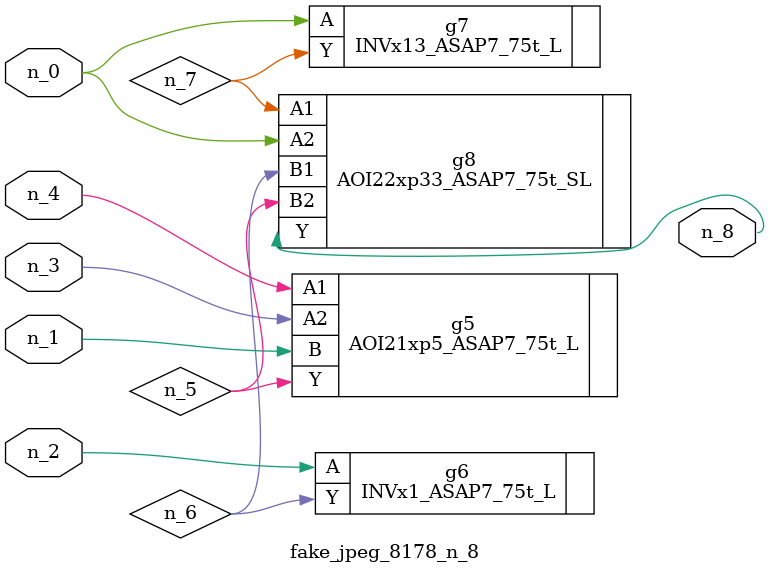
<source format=v>
module fake_jpeg_8178_n_8 (n_3, n_2, n_1, n_0, n_4, n_8);

input n_3;
input n_2;
input n_1;
input n_0;
input n_4;

output n_8;

wire n_6;
wire n_5;
wire n_7;

AOI21xp5_ASAP7_75t_L g5 ( 
.A1(n_4),
.A2(n_3),
.B(n_1),
.Y(n_5)
);

INVx1_ASAP7_75t_L g6 ( 
.A(n_2),
.Y(n_6)
);

INVx13_ASAP7_75t_L g7 ( 
.A(n_0),
.Y(n_7)
);

AOI22xp33_ASAP7_75t_SL g8 ( 
.A1(n_7),
.A2(n_0),
.B1(n_6),
.B2(n_5),
.Y(n_8)
);


endmodule
</source>
